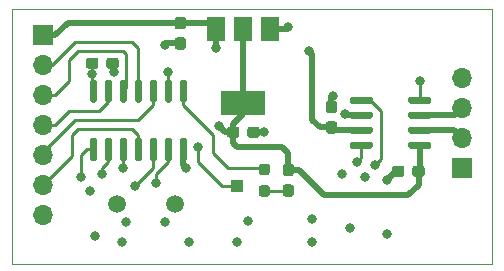
<source format=gbr>
%TF.GenerationSoftware,KiCad,Pcbnew,(5.1.8)-1*%
%TF.CreationDate,2021-01-01T08:41:17+08:00*%
%TF.ProjectId,MCP2517FD-Breakout,4d435032-3531-4374-9644-2d427265616b,rev?*%
%TF.SameCoordinates,Original*%
%TF.FileFunction,Copper,L1,Top*%
%TF.FilePolarity,Positive*%
%FSLAX46Y46*%
G04 Gerber Fmt 4.6, Leading zero omitted, Abs format (unit mm)*
G04 Created by KiCad (PCBNEW (5.1.8)-1) date 2021-01-01 08:41:17*
%MOMM*%
%LPD*%
G01*
G04 APERTURE LIST*
%TA.AperFunction,Profile*%
%ADD10C,0.050000*%
%TD*%
%TA.AperFunction,ComponentPad*%
%ADD11C,1.500000*%
%TD*%
%TA.AperFunction,SMDPad,CuDef*%
%ADD12R,1.500000X2.000000*%
%TD*%
%TA.AperFunction,SMDPad,CuDef*%
%ADD13R,3.800000X2.000000*%
%TD*%
%TA.AperFunction,SMDPad,CuDef*%
%ADD14R,1.000000X1.000000*%
%TD*%
%TA.AperFunction,ComponentPad*%
%ADD15O,1.700000X1.700000*%
%TD*%
%TA.AperFunction,ComponentPad*%
%ADD16R,1.700000X1.700000*%
%TD*%
%TA.AperFunction,ViaPad*%
%ADD17C,0.800000*%
%TD*%
%TA.AperFunction,Conductor*%
%ADD18C,0.508000*%
%TD*%
%TA.AperFunction,Conductor*%
%ADD19C,0.254000*%
%TD*%
%TA.AperFunction,Conductor*%
%ADD20C,0.250000*%
%TD*%
G04 APERTURE END LIST*
D10*
X157480000Y-86360000D02*
X157480000Y-107950000D01*
X119888000Y-86360000D02*
X116840000Y-86360000D01*
X157480000Y-86360000D02*
X119888000Y-86360000D01*
X126746000Y-107950000D02*
X157480000Y-107950000D01*
X116840000Y-107950000D02*
X126746000Y-107950000D01*
X116840000Y-86360000D02*
X116840000Y-107950000D01*
D11*
%TO.P,Y1,2*%
%TO.N,Net-(C3-Pad1)*%
X130610000Y-102870000D03*
%TO.P,Y1,1*%
%TO.N,Net-(C2-Pad1)*%
X125730000Y-102870000D03*
%TD*%
%TO.P,U3,8*%
%TO.N,/xSTBY*%
%TA.AperFunction,SMDPad,CuDef*%
G36*
G01*
X150364000Y-94221000D02*
X150364000Y-93921000D01*
G75*
G02*
X150514000Y-93771000I150000J0D01*
G01*
X152164000Y-93771000D01*
G75*
G02*
X152314000Y-93921000I0J-150000D01*
G01*
X152314000Y-94221000D01*
G75*
G02*
X152164000Y-94371000I-150000J0D01*
G01*
X150514000Y-94371000D01*
G75*
G02*
X150364000Y-94221000I0J150000D01*
G01*
G37*
%TD.AperFunction*%
%TO.P,U3,7*%
%TO.N,/CANH*%
%TA.AperFunction,SMDPad,CuDef*%
G36*
G01*
X150364000Y-95491000D02*
X150364000Y-95191000D01*
G75*
G02*
X150514000Y-95041000I150000J0D01*
G01*
X152164000Y-95041000D01*
G75*
G02*
X152314000Y-95191000I0J-150000D01*
G01*
X152314000Y-95491000D01*
G75*
G02*
X152164000Y-95641000I-150000J0D01*
G01*
X150514000Y-95641000D01*
G75*
G02*
X150364000Y-95491000I0J150000D01*
G01*
G37*
%TD.AperFunction*%
%TO.P,U3,6*%
%TO.N,/CANL*%
%TA.AperFunction,SMDPad,CuDef*%
G36*
G01*
X150364000Y-96761000D02*
X150364000Y-96461000D01*
G75*
G02*
X150514000Y-96311000I150000J0D01*
G01*
X152164000Y-96311000D01*
G75*
G02*
X152314000Y-96461000I0J-150000D01*
G01*
X152314000Y-96761000D01*
G75*
G02*
X152164000Y-96911000I-150000J0D01*
G01*
X150514000Y-96911000D01*
G75*
G02*
X150364000Y-96761000I0J150000D01*
G01*
G37*
%TD.AperFunction*%
%TO.P,U3,5*%
%TO.N,+3V3*%
%TA.AperFunction,SMDPad,CuDef*%
G36*
G01*
X150364000Y-98031000D02*
X150364000Y-97731000D01*
G75*
G02*
X150514000Y-97581000I150000J0D01*
G01*
X152164000Y-97581000D01*
G75*
G02*
X152314000Y-97731000I0J-150000D01*
G01*
X152314000Y-98031000D01*
G75*
G02*
X152164000Y-98181000I-150000J0D01*
G01*
X150514000Y-98181000D01*
G75*
G02*
X150364000Y-98031000I0J150000D01*
G01*
G37*
%TD.AperFunction*%
%TO.P,U3,4*%
%TO.N,/RXCAN*%
%TA.AperFunction,SMDPad,CuDef*%
G36*
G01*
X145414000Y-98031000D02*
X145414000Y-97731000D01*
G75*
G02*
X145564000Y-97581000I150000J0D01*
G01*
X147214000Y-97581000D01*
G75*
G02*
X147364000Y-97731000I0J-150000D01*
G01*
X147364000Y-98031000D01*
G75*
G02*
X147214000Y-98181000I-150000J0D01*
G01*
X145564000Y-98181000D01*
G75*
G02*
X145414000Y-98031000I0J150000D01*
G01*
G37*
%TD.AperFunction*%
%TO.P,U3,3*%
%TO.N,+5V*%
%TA.AperFunction,SMDPad,CuDef*%
G36*
G01*
X145414000Y-96761000D02*
X145414000Y-96461000D01*
G75*
G02*
X145564000Y-96311000I150000J0D01*
G01*
X147214000Y-96311000D01*
G75*
G02*
X147364000Y-96461000I0J-150000D01*
G01*
X147364000Y-96761000D01*
G75*
G02*
X147214000Y-96911000I-150000J0D01*
G01*
X145564000Y-96911000D01*
G75*
G02*
X145414000Y-96761000I0J150000D01*
G01*
G37*
%TD.AperFunction*%
%TO.P,U3,2*%
%TO.N,GND*%
%TA.AperFunction,SMDPad,CuDef*%
G36*
G01*
X145414000Y-95491000D02*
X145414000Y-95191000D01*
G75*
G02*
X145564000Y-95041000I150000J0D01*
G01*
X147214000Y-95041000D01*
G75*
G02*
X147364000Y-95191000I0J-150000D01*
G01*
X147364000Y-95491000D01*
G75*
G02*
X147214000Y-95641000I-150000J0D01*
G01*
X145564000Y-95641000D01*
G75*
G02*
X145414000Y-95491000I0J150000D01*
G01*
G37*
%TD.AperFunction*%
%TO.P,U3,1*%
%TO.N,/TXCAN*%
%TA.AperFunction,SMDPad,CuDef*%
G36*
G01*
X145414000Y-94221000D02*
X145414000Y-93921000D01*
G75*
G02*
X145564000Y-93771000I150000J0D01*
G01*
X147214000Y-93771000D01*
G75*
G02*
X147364000Y-93921000I0J-150000D01*
G01*
X147364000Y-94221000D01*
G75*
G02*
X147214000Y-94371000I-150000J0D01*
G01*
X145564000Y-94371000D01*
G75*
G02*
X145414000Y-94221000I0J150000D01*
G01*
G37*
%TD.AperFunction*%
%TD*%
D12*
%TO.P,U2,1*%
%TO.N,GND*%
X138698000Y-88036000D03*
%TO.P,U2,3*%
%TO.N,+5V*%
X134098000Y-88036000D03*
%TO.P,U2,2*%
%TO.N,+3V3*%
X136398000Y-88036000D03*
D13*
X136398000Y-94336000D03*
%TD*%
%TO.P,U1,14*%
%TO.N,+3V3*%
%TA.AperFunction,SMDPad,CuDef*%
G36*
G01*
X123848000Y-94258000D02*
X123548000Y-94258000D01*
G75*
G02*
X123398000Y-94108000I0J150000D01*
G01*
X123398000Y-92458000D01*
G75*
G02*
X123548000Y-92308000I150000J0D01*
G01*
X123848000Y-92308000D01*
G75*
G02*
X123998000Y-92458000I0J-150000D01*
G01*
X123998000Y-94108000D01*
G75*
G02*
X123848000Y-94258000I-150000J0D01*
G01*
G37*
%TD.AperFunction*%
%TO.P,U1,13*%
%TO.N,/nCS*%
%TA.AperFunction,SMDPad,CuDef*%
G36*
G01*
X125118000Y-94258000D02*
X124818000Y-94258000D01*
G75*
G02*
X124668000Y-94108000I0J150000D01*
G01*
X124668000Y-92458000D01*
G75*
G02*
X124818000Y-92308000I150000J0D01*
G01*
X125118000Y-92308000D01*
G75*
G02*
X125268000Y-92458000I0J-150000D01*
G01*
X125268000Y-94108000D01*
G75*
G02*
X125118000Y-94258000I-150000J0D01*
G01*
G37*
%TD.AperFunction*%
%TO.P,U1,12*%
%TO.N,/SDO*%
%TA.AperFunction,SMDPad,CuDef*%
G36*
G01*
X126388000Y-94258000D02*
X126088000Y-94258000D01*
G75*
G02*
X125938000Y-94108000I0J150000D01*
G01*
X125938000Y-92458000D01*
G75*
G02*
X126088000Y-92308000I150000J0D01*
G01*
X126388000Y-92308000D01*
G75*
G02*
X126538000Y-92458000I0J-150000D01*
G01*
X126538000Y-94108000D01*
G75*
G02*
X126388000Y-94258000I-150000J0D01*
G01*
G37*
%TD.AperFunction*%
%TO.P,U1,11*%
%TO.N,/SDI*%
%TA.AperFunction,SMDPad,CuDef*%
G36*
G01*
X127658000Y-94258000D02*
X127358000Y-94258000D01*
G75*
G02*
X127208000Y-94108000I0J150000D01*
G01*
X127208000Y-92458000D01*
G75*
G02*
X127358000Y-92308000I150000J0D01*
G01*
X127658000Y-92308000D01*
G75*
G02*
X127808000Y-92458000I0J-150000D01*
G01*
X127808000Y-94108000D01*
G75*
G02*
X127658000Y-94258000I-150000J0D01*
G01*
G37*
%TD.AperFunction*%
%TO.P,U1,10*%
%TO.N,/SCK*%
%TA.AperFunction,SMDPad,CuDef*%
G36*
G01*
X128928000Y-94258000D02*
X128628000Y-94258000D01*
G75*
G02*
X128478000Y-94108000I0J150000D01*
G01*
X128478000Y-92458000D01*
G75*
G02*
X128628000Y-92308000I150000J0D01*
G01*
X128928000Y-92308000D01*
G75*
G02*
X129078000Y-92458000I0J-150000D01*
G01*
X129078000Y-94108000D01*
G75*
G02*
X128928000Y-94258000I-150000J0D01*
G01*
G37*
%TD.AperFunction*%
%TO.P,U1,9*%
%TO.N,/xSTBY*%
%TA.AperFunction,SMDPad,CuDef*%
G36*
G01*
X130198000Y-94258000D02*
X129898000Y-94258000D01*
G75*
G02*
X129748000Y-94108000I0J150000D01*
G01*
X129748000Y-92458000D01*
G75*
G02*
X129898000Y-92308000I150000J0D01*
G01*
X130198000Y-92308000D01*
G75*
G02*
X130348000Y-92458000I0J-150000D01*
G01*
X130348000Y-94108000D01*
G75*
G02*
X130198000Y-94258000I-150000J0D01*
G01*
G37*
%TD.AperFunction*%
%TO.P,U1,8*%
%TO.N,/GPIO1*%
%TA.AperFunction,SMDPad,CuDef*%
G36*
G01*
X131468000Y-94258000D02*
X131168000Y-94258000D01*
G75*
G02*
X131018000Y-94108000I0J150000D01*
G01*
X131018000Y-92458000D01*
G75*
G02*
X131168000Y-92308000I150000J0D01*
G01*
X131468000Y-92308000D01*
G75*
G02*
X131618000Y-92458000I0J-150000D01*
G01*
X131618000Y-94108000D01*
G75*
G02*
X131468000Y-94258000I-150000J0D01*
G01*
G37*
%TD.AperFunction*%
%TO.P,U1,7*%
%TO.N,GND*%
%TA.AperFunction,SMDPad,CuDef*%
G36*
G01*
X131468000Y-99208000D02*
X131168000Y-99208000D01*
G75*
G02*
X131018000Y-99058000I0J150000D01*
G01*
X131018000Y-97408000D01*
G75*
G02*
X131168000Y-97258000I150000J0D01*
G01*
X131468000Y-97258000D01*
G75*
G02*
X131618000Y-97408000I0J-150000D01*
G01*
X131618000Y-99058000D01*
G75*
G02*
X131468000Y-99208000I-150000J0D01*
G01*
G37*
%TD.AperFunction*%
%TO.P,U1,6*%
%TO.N,Net-(C3-Pad1)*%
%TA.AperFunction,SMDPad,CuDef*%
G36*
G01*
X130198000Y-99208000D02*
X129898000Y-99208000D01*
G75*
G02*
X129748000Y-99058000I0J150000D01*
G01*
X129748000Y-97408000D01*
G75*
G02*
X129898000Y-97258000I150000J0D01*
G01*
X130198000Y-97258000D01*
G75*
G02*
X130348000Y-97408000I0J-150000D01*
G01*
X130348000Y-99058000D01*
G75*
G02*
X130198000Y-99208000I-150000J0D01*
G01*
G37*
%TD.AperFunction*%
%TO.P,U1,5*%
%TO.N,Net-(C2-Pad1)*%
%TA.AperFunction,SMDPad,CuDef*%
G36*
G01*
X128928000Y-99208000D02*
X128628000Y-99208000D01*
G75*
G02*
X128478000Y-99058000I0J150000D01*
G01*
X128478000Y-97408000D01*
G75*
G02*
X128628000Y-97258000I150000J0D01*
G01*
X128928000Y-97258000D01*
G75*
G02*
X129078000Y-97408000I0J-150000D01*
G01*
X129078000Y-99058000D01*
G75*
G02*
X128928000Y-99208000I-150000J0D01*
G01*
G37*
%TD.AperFunction*%
%TO.P,U1,4*%
%TO.N,/nINT*%
%TA.AperFunction,SMDPad,CuDef*%
G36*
G01*
X127658000Y-99208000D02*
X127358000Y-99208000D01*
G75*
G02*
X127208000Y-99058000I0J150000D01*
G01*
X127208000Y-97408000D01*
G75*
G02*
X127358000Y-97258000I150000J0D01*
G01*
X127658000Y-97258000D01*
G75*
G02*
X127808000Y-97408000I0J-150000D01*
G01*
X127808000Y-99058000D01*
G75*
G02*
X127658000Y-99208000I-150000J0D01*
G01*
G37*
%TD.AperFunction*%
%TO.P,U1,3*%
%TO.N,Net-(TP1-Pad1)*%
%TA.AperFunction,SMDPad,CuDef*%
G36*
G01*
X126388000Y-99208000D02*
X126088000Y-99208000D01*
G75*
G02*
X125938000Y-99058000I0J150000D01*
G01*
X125938000Y-97408000D01*
G75*
G02*
X126088000Y-97258000I150000J0D01*
G01*
X126388000Y-97258000D01*
G75*
G02*
X126538000Y-97408000I0J-150000D01*
G01*
X126538000Y-99058000D01*
G75*
G02*
X126388000Y-99208000I-150000J0D01*
G01*
G37*
%TD.AperFunction*%
%TO.P,U1,2*%
%TO.N,/RXCAN*%
%TA.AperFunction,SMDPad,CuDef*%
G36*
G01*
X125118000Y-99208000D02*
X124818000Y-99208000D01*
G75*
G02*
X124668000Y-99058000I0J150000D01*
G01*
X124668000Y-97408000D01*
G75*
G02*
X124818000Y-97258000I150000J0D01*
G01*
X125118000Y-97258000D01*
G75*
G02*
X125268000Y-97408000I0J-150000D01*
G01*
X125268000Y-99058000D01*
G75*
G02*
X125118000Y-99208000I-150000J0D01*
G01*
G37*
%TD.AperFunction*%
%TO.P,U1,1*%
%TO.N,/TXCAN*%
%TA.AperFunction,SMDPad,CuDef*%
G36*
G01*
X123848000Y-99208000D02*
X123548000Y-99208000D01*
G75*
G02*
X123398000Y-99058000I0J150000D01*
G01*
X123398000Y-97408000D01*
G75*
G02*
X123548000Y-97258000I150000J0D01*
G01*
X123848000Y-97258000D01*
G75*
G02*
X123998000Y-97408000I0J-150000D01*
G01*
X123998000Y-99058000D01*
G75*
G02*
X123848000Y-99208000I-150000J0D01*
G01*
G37*
%TD.AperFunction*%
%TD*%
D14*
%TO.P,TP1,1*%
%TO.N,Net-(TP1-Pad1)*%
X135890000Y-101346000D03*
%TD*%
%TO.P,R1,2*%
%TO.N,/GPIO1*%
%TA.AperFunction,SMDPad,CuDef*%
G36*
G01*
X138413500Y-100413000D02*
X137938500Y-100413000D01*
G75*
G02*
X137701000Y-100175500I0J237500D01*
G01*
X137701000Y-99675500D01*
G75*
G02*
X137938500Y-99438000I237500J0D01*
G01*
X138413500Y-99438000D01*
G75*
G02*
X138651000Y-99675500I0J-237500D01*
G01*
X138651000Y-100175500D01*
G75*
G02*
X138413500Y-100413000I-237500J0D01*
G01*
G37*
%TD.AperFunction*%
%TO.P,R1,1*%
%TO.N,Net-(D1-Pad1)*%
%TA.AperFunction,SMDPad,CuDef*%
G36*
G01*
X138413500Y-102238000D02*
X137938500Y-102238000D01*
G75*
G02*
X137701000Y-102000500I0J237500D01*
G01*
X137701000Y-101500500D01*
G75*
G02*
X137938500Y-101263000I237500J0D01*
G01*
X138413500Y-101263000D01*
G75*
G02*
X138651000Y-101500500I0J-237500D01*
G01*
X138651000Y-102000500D01*
G75*
G02*
X138413500Y-102238000I-237500J0D01*
G01*
G37*
%TD.AperFunction*%
%TD*%
D15*
%TO.P,J2,4*%
%TO.N,N/C*%
X154940000Y-92202000D03*
%TO.P,J2,3*%
%TO.N,/CANH*%
X154940000Y-94742000D03*
%TO.P,J2,2*%
%TO.N,/CANL*%
X154940000Y-97282000D03*
D16*
%TO.P,J2,1*%
%TO.N,GND*%
X154940000Y-99822000D03*
%TD*%
D15*
%TO.P,J1,7*%
%TO.N,GND*%
X119450000Y-103810000D03*
%TO.P,J1,6*%
%TO.N,/nINT*%
X119450000Y-101270000D03*
%TO.P,J1,5*%
%TO.N,/SCK*%
X119450000Y-98730000D03*
%TO.P,J1,4*%
%TO.N,/nCS*%
X119450000Y-96190000D03*
%TO.P,J1,3*%
%TO.N,/SDO*%
X119450000Y-93650000D03*
%TO.P,J1,2*%
%TO.N,/SDI*%
X119450000Y-91110000D03*
D16*
%TO.P,J1,1*%
%TO.N,+5V*%
X119450000Y-88570000D03*
%TD*%
%TO.P,D1,2*%
%TO.N,+3V3*%
%TA.AperFunction,SMDPad,CuDef*%
G36*
G01*
X140445500Y-100488000D02*
X139970500Y-100488000D01*
G75*
G02*
X139733000Y-100250500I0J237500D01*
G01*
X139733000Y-99675500D01*
G75*
G02*
X139970500Y-99438000I237500J0D01*
G01*
X140445500Y-99438000D01*
G75*
G02*
X140683000Y-99675500I0J-237500D01*
G01*
X140683000Y-100250500D01*
G75*
G02*
X140445500Y-100488000I-237500J0D01*
G01*
G37*
%TD.AperFunction*%
%TO.P,D1,1*%
%TO.N,Net-(D1-Pad1)*%
%TA.AperFunction,SMDPad,CuDef*%
G36*
G01*
X140445500Y-102238000D02*
X139970500Y-102238000D01*
G75*
G02*
X139733000Y-102000500I0J237500D01*
G01*
X139733000Y-101425500D01*
G75*
G02*
X139970500Y-101188000I237500J0D01*
G01*
X140445500Y-101188000D01*
G75*
G02*
X140683000Y-101425500I0J-237500D01*
G01*
X140683000Y-102000500D01*
G75*
G02*
X140445500Y-102238000I-237500J0D01*
G01*
G37*
%TD.AperFunction*%
%TD*%
%TO.P,C7,2*%
%TO.N,GND*%
%TA.AperFunction,SMDPad,CuDef*%
G36*
G01*
X144101500Y-95179000D02*
X143626500Y-95179000D01*
G75*
G02*
X143389000Y-94941500I0J237500D01*
G01*
X143389000Y-94341500D01*
G75*
G02*
X143626500Y-94104000I237500J0D01*
G01*
X144101500Y-94104000D01*
G75*
G02*
X144339000Y-94341500I0J-237500D01*
G01*
X144339000Y-94941500D01*
G75*
G02*
X144101500Y-95179000I-237500J0D01*
G01*
G37*
%TD.AperFunction*%
%TO.P,C7,1*%
%TO.N,+5V*%
%TA.AperFunction,SMDPad,CuDef*%
G36*
G01*
X144101500Y-96904000D02*
X143626500Y-96904000D01*
G75*
G02*
X143389000Y-96666500I0J237500D01*
G01*
X143389000Y-96066500D01*
G75*
G02*
X143626500Y-95829000I237500J0D01*
G01*
X144101500Y-95829000D01*
G75*
G02*
X144339000Y-96066500I0J-237500D01*
G01*
X144339000Y-96666500D01*
G75*
G02*
X144101500Y-96904000I-237500J0D01*
G01*
G37*
%TD.AperFunction*%
%TD*%
%TO.P,C6,2*%
%TO.N,GND*%
%TA.AperFunction,SMDPad,CuDef*%
G36*
G01*
X124785000Y-91169500D02*
X124785000Y-90694500D01*
G75*
G02*
X125022500Y-90457000I237500J0D01*
G01*
X125622500Y-90457000D01*
G75*
G02*
X125860000Y-90694500I0J-237500D01*
G01*
X125860000Y-91169500D01*
G75*
G02*
X125622500Y-91407000I-237500J0D01*
G01*
X125022500Y-91407000D01*
G75*
G02*
X124785000Y-91169500I0J237500D01*
G01*
G37*
%TD.AperFunction*%
%TO.P,C6,1*%
%TO.N,+3V3*%
%TA.AperFunction,SMDPad,CuDef*%
G36*
G01*
X123060000Y-91169500D02*
X123060000Y-90694500D01*
G75*
G02*
X123297500Y-90457000I237500J0D01*
G01*
X123897500Y-90457000D01*
G75*
G02*
X124135000Y-90694500I0J-237500D01*
G01*
X124135000Y-91169500D01*
G75*
G02*
X123897500Y-91407000I-237500J0D01*
G01*
X123297500Y-91407000D01*
G75*
G02*
X123060000Y-91169500I0J237500D01*
G01*
G37*
%TD.AperFunction*%
%TD*%
%TO.P,C5,2*%
%TO.N,GND*%
%TA.AperFunction,SMDPad,CuDef*%
G36*
G01*
X136723000Y-97011500D02*
X136723000Y-96536500D01*
G75*
G02*
X136960500Y-96299000I237500J0D01*
G01*
X137560500Y-96299000D01*
G75*
G02*
X137798000Y-96536500I0J-237500D01*
G01*
X137798000Y-97011500D01*
G75*
G02*
X137560500Y-97249000I-237500J0D01*
G01*
X136960500Y-97249000D01*
G75*
G02*
X136723000Y-97011500I0J237500D01*
G01*
G37*
%TD.AperFunction*%
%TO.P,C5,1*%
%TO.N,+3V3*%
%TA.AperFunction,SMDPad,CuDef*%
G36*
G01*
X134998000Y-97011500D02*
X134998000Y-96536500D01*
G75*
G02*
X135235500Y-96299000I237500J0D01*
G01*
X135835500Y-96299000D01*
G75*
G02*
X136073000Y-96536500I0J-237500D01*
G01*
X136073000Y-97011500D01*
G75*
G02*
X135835500Y-97249000I-237500J0D01*
G01*
X135235500Y-97249000D01*
G75*
G02*
X134998000Y-97011500I0J237500D01*
G01*
G37*
%TD.AperFunction*%
%TD*%
%TO.P,C4,2*%
%TO.N,GND*%
%TA.AperFunction,SMDPad,CuDef*%
G36*
G01*
X130826500Y-88717000D02*
X131301500Y-88717000D01*
G75*
G02*
X131539000Y-88954500I0J-237500D01*
G01*
X131539000Y-89554500D01*
G75*
G02*
X131301500Y-89792000I-237500J0D01*
G01*
X130826500Y-89792000D01*
G75*
G02*
X130589000Y-89554500I0J237500D01*
G01*
X130589000Y-88954500D01*
G75*
G02*
X130826500Y-88717000I237500J0D01*
G01*
G37*
%TD.AperFunction*%
%TO.P,C4,1*%
%TO.N,+5V*%
%TA.AperFunction,SMDPad,CuDef*%
G36*
G01*
X130826500Y-86992000D02*
X131301500Y-86992000D01*
G75*
G02*
X131539000Y-87229500I0J-237500D01*
G01*
X131539000Y-87829500D01*
G75*
G02*
X131301500Y-88067000I-237500J0D01*
G01*
X130826500Y-88067000D01*
G75*
G02*
X130589000Y-87829500I0J237500D01*
G01*
X130589000Y-87229500D01*
G75*
G02*
X130826500Y-86992000I237500J0D01*
G01*
G37*
%TD.AperFunction*%
%TD*%
%TO.P,C1,2*%
%TO.N,GND*%
%TA.AperFunction,SMDPad,CuDef*%
G36*
G01*
X150043000Y-99838500D02*
X150043000Y-100313500D01*
G75*
G02*
X149805500Y-100551000I-237500J0D01*
G01*
X149205500Y-100551000D01*
G75*
G02*
X148968000Y-100313500I0J237500D01*
G01*
X148968000Y-99838500D01*
G75*
G02*
X149205500Y-99601000I237500J0D01*
G01*
X149805500Y-99601000D01*
G75*
G02*
X150043000Y-99838500I0J-237500D01*
G01*
G37*
%TD.AperFunction*%
%TO.P,C1,1*%
%TO.N,+3V3*%
%TA.AperFunction,SMDPad,CuDef*%
G36*
G01*
X151768000Y-99838500D02*
X151768000Y-100313500D01*
G75*
G02*
X151530500Y-100551000I-237500J0D01*
G01*
X150930500Y-100551000D01*
G75*
G02*
X150693000Y-100313500I0J237500D01*
G01*
X150693000Y-99838500D01*
G75*
G02*
X150930500Y-99601000I237500J0D01*
G01*
X151530500Y-99601000D01*
G75*
G02*
X151768000Y-99838500I0J-237500D01*
G01*
G37*
%TD.AperFunction*%
%TD*%
D17*
%TO.N,GND*%
X126111000Y-106045000D03*
X131826000Y-106045000D03*
X135890000Y-106045000D03*
X142240000Y-106045000D03*
X145415000Y-104902000D03*
X123825000Y-105537000D03*
X123444000Y-101727000D03*
X129794000Y-104394000D03*
X126492000Y-104394000D03*
X131572000Y-99822000D03*
X138176000Y-96774000D03*
X144018000Y-93726000D03*
X145034000Y-95250000D03*
X140208000Y-87884000D03*
X125476000Y-91694000D03*
X148590000Y-100838000D03*
X129794000Y-89408000D03*
X136779000Y-104267000D03*
X142240000Y-104140000D03*
X144780000Y-100330000D03*
X148590000Y-105410000D03*
X146685000Y-100584000D03*
%TO.N,+3V3*%
X134366000Y-96266000D03*
X123597500Y-91847500D03*
%TO.N,Net-(C2-Pad1)*%
X127254000Y-101346000D03*
%TO.N,Net-(C3-Pad1)*%
X129032000Y-101092000D03*
%TO.N,+5V*%
X134112000Y-89662000D03*
X141986000Y-89916000D03*
%TO.N,Net-(TP1-Pad1)*%
X126238000Y-99822000D03*
X132588000Y-98044000D03*
%TO.N,/xSTBY*%
X130048000Y-91694000D03*
X151384000Y-92456000D03*
%TO.N,/TXCAN*%
X147574000Y-99568000D03*
X122682000Y-100584000D03*
%TO.N,/RXCAN*%
X124460000Y-100330000D03*
X146050000Y-99314000D03*
%TD*%
D18*
%TO.N,GND*%
X131318000Y-98233000D02*
X131318000Y-99568000D01*
X131318000Y-99568000D02*
X131572000Y-99822000D01*
X137260500Y-96774000D02*
X138176000Y-96774000D01*
X143864000Y-93880000D02*
X144018000Y-93726000D01*
X143864000Y-94641500D02*
X143864000Y-93880000D01*
X145125000Y-95341000D02*
X145034000Y-95250000D01*
X146389000Y-95341000D02*
X145125000Y-95341000D01*
X140056000Y-88036000D02*
X140208000Y-87884000D01*
X138698000Y-88036000D02*
X140056000Y-88036000D01*
X125322500Y-91540500D02*
X125476000Y-91694000D01*
X125322500Y-90932000D02*
X125322500Y-91540500D01*
X149352000Y-100076000D02*
X148590000Y-100838000D01*
X149505500Y-100076000D02*
X149352000Y-100076000D01*
X129947500Y-89254500D02*
X129794000Y-89408000D01*
X131064000Y-89254500D02*
X129947500Y-89254500D01*
%TO.N,+3V3*%
X136398000Y-88036000D02*
X136398000Y-94336000D01*
X136398000Y-94336000D02*
X136398000Y-95250000D01*
X135535500Y-96112500D02*
X135535500Y-96774000D01*
X136398000Y-95250000D02*
X135535500Y-96112500D01*
D19*
X123597500Y-93182500D02*
X123698000Y-93283000D01*
D18*
X151339000Y-99967500D02*
X151230500Y-100076000D01*
X151339000Y-97881000D02*
X151339000Y-99967500D01*
X134874000Y-96774000D02*
X134366000Y-96266000D01*
X135535500Y-96774000D02*
X134874000Y-96774000D01*
D19*
X123597500Y-91847500D02*
X123597500Y-93182500D01*
X123597500Y-90932000D02*
X123597500Y-91847500D01*
D18*
X135535500Y-96774000D02*
X135535500Y-97689500D01*
X135535500Y-97689500D02*
X135890000Y-98044000D01*
X140208000Y-98552000D02*
X139700000Y-98044000D01*
X140208000Y-99963000D02*
X140208000Y-98552000D01*
X135890000Y-98044000D02*
X139700000Y-98044000D01*
X150368000Y-102108000D02*
X151230500Y-101245500D01*
X143256000Y-102108000D02*
X150368000Y-102108000D01*
X141111000Y-99963000D02*
X143256000Y-102108000D01*
X151230500Y-101245500D02*
X151230500Y-100076000D01*
X140208000Y-99963000D02*
X141111000Y-99963000D01*
D19*
%TO.N,Net-(C2-Pad1)*%
X128778000Y-98233000D02*
X128778000Y-99822000D01*
X128778000Y-99822000D02*
X127254000Y-101346000D01*
%TO.N,Net-(C3-Pad1)*%
X130048000Y-98233000D02*
X130048000Y-99314000D01*
X130048000Y-99314000D02*
X129032000Y-100330000D01*
X129032000Y-100330000D02*
X129032000Y-101092000D01*
D18*
%TO.N,+5V*%
X119450000Y-88570000D02*
X120472000Y-88570000D01*
X121512500Y-87529500D02*
X131064000Y-87529500D01*
X120472000Y-88570000D02*
X121512500Y-87529500D01*
X133591500Y-87529500D02*
X134098000Y-88036000D01*
X131064000Y-87529500D02*
X133591500Y-87529500D01*
X144108500Y-96611000D02*
X143864000Y-96366500D01*
X146389000Y-96611000D02*
X144108500Y-96611000D01*
X134098000Y-89648000D02*
X134112000Y-89662000D01*
X134098000Y-88036000D02*
X134098000Y-89648000D01*
X143864000Y-96366500D02*
X142848500Y-96366500D01*
X142848500Y-96366500D02*
X142240000Y-95758000D01*
X142240000Y-95758000D02*
X142240000Y-90170000D01*
X142240000Y-90170000D02*
X141986000Y-89916000D01*
D19*
%TO.N,Net-(D1-Pad1)*%
X140170500Y-101750500D02*
X140208000Y-101713000D01*
X138176000Y-101750500D02*
X140170500Y-101750500D01*
%TO.N,/nINT*%
X119450000Y-101270000D02*
X119456000Y-101270000D01*
X119456000Y-101270000D02*
X121920000Y-98806000D01*
X121920000Y-98806000D02*
X121920000Y-97028000D01*
X121920000Y-97028000D02*
X122428000Y-96520000D01*
X122428000Y-96520000D02*
X127000000Y-96520000D01*
X127508000Y-97028000D02*
X127508000Y-98233000D01*
X127000000Y-96520000D02*
X127508000Y-97028000D01*
%TO.N,/SCK*%
X119450000Y-98730000D02*
X119450000Y-98482000D01*
X119450000Y-98482000D02*
X122174000Y-95758000D01*
X122174000Y-95758000D02*
X127508000Y-95758000D01*
X128778000Y-94488000D02*
X128778000Y-93283000D01*
X127508000Y-95758000D02*
X128778000Y-94488000D01*
%TO.N,/nCS*%
X119450000Y-96190000D02*
X120472000Y-96190000D01*
X120472000Y-96190000D02*
X121666000Y-94996000D01*
X121666000Y-94996000D02*
X124206000Y-94996000D01*
X124968000Y-94234000D02*
X124968000Y-93283000D01*
X124206000Y-94996000D02*
X124968000Y-94234000D01*
%TO.N,/SDO*%
X126492000Y-90170000D02*
X126492000Y-93029000D01*
X122428000Y-89916000D02*
X126238000Y-89916000D01*
X126492000Y-93029000D02*
X126238000Y-93283000D01*
X126238000Y-89916000D02*
X126492000Y-90170000D01*
X121666000Y-90678000D02*
X122428000Y-89916000D01*
X121666000Y-92456000D02*
X121666000Y-90678000D01*
X120472000Y-93650000D02*
X121666000Y-92456000D01*
X119450000Y-93650000D02*
X120472000Y-93650000D01*
%TO.N,/SDI*%
X127508000Y-89662000D02*
X127508000Y-93283000D01*
X127000000Y-89154000D02*
X127508000Y-89662000D01*
X122174000Y-89154000D02*
X127000000Y-89154000D01*
X120218000Y-91110000D02*
X122174000Y-89154000D01*
X119450000Y-91110000D02*
X120218000Y-91110000D01*
D18*
%TO.N,/CANH*%
X154341000Y-95341000D02*
X154940000Y-94742000D01*
X151339000Y-95341000D02*
X154341000Y-95341000D01*
%TO.N,/CANL*%
X154269000Y-96611000D02*
X154940000Y-97282000D01*
X151339000Y-96611000D02*
X154269000Y-96611000D01*
D19*
%TO.N,/GPIO1*%
X138176000Y-99822000D02*
X135128000Y-99822000D01*
X135128000Y-99822000D02*
X133858000Y-98552000D01*
X133858000Y-98552000D02*
X133858000Y-97028000D01*
X131318000Y-94488000D02*
X131318000Y-93283000D01*
X133858000Y-97028000D02*
X131318000Y-94488000D01*
%TO.N,Net-(TP1-Pad1)*%
X126238000Y-98233000D02*
X126238000Y-99822000D01*
X134620000Y-101346000D02*
X135890000Y-101346000D01*
X132588000Y-99314000D02*
X134620000Y-101346000D01*
X132588000Y-98044000D02*
X132588000Y-99314000D01*
%TO.N,/xSTBY*%
X130048000Y-93283000D02*
X130048000Y-91694000D01*
X151339000Y-92501000D02*
X151339000Y-94071000D01*
X151384000Y-92456000D02*
X151339000Y-92501000D01*
%TO.N,/TXCAN*%
X147574000Y-99568000D02*
X148082000Y-99060000D01*
X148082000Y-99060000D02*
X148082000Y-94996000D01*
X147157000Y-94071000D02*
X146389000Y-94071000D01*
X148082000Y-94996000D02*
X147157000Y-94071000D01*
D20*
X123698000Y-98233000D02*
X123128000Y-98233000D01*
X122682000Y-98679000D02*
X122682000Y-100584000D01*
X123128000Y-98233000D02*
X122682000Y-98679000D01*
D19*
%TO.N,/RXCAN*%
X124968000Y-98233000D02*
X124968000Y-99314000D01*
X124460000Y-99822000D02*
X124460000Y-100330000D01*
X124968000Y-99314000D02*
X124460000Y-99822000D01*
X146389000Y-98975000D02*
X146389000Y-97881000D01*
X146050000Y-99314000D02*
X146389000Y-98975000D01*
%TD*%
M02*

</source>
